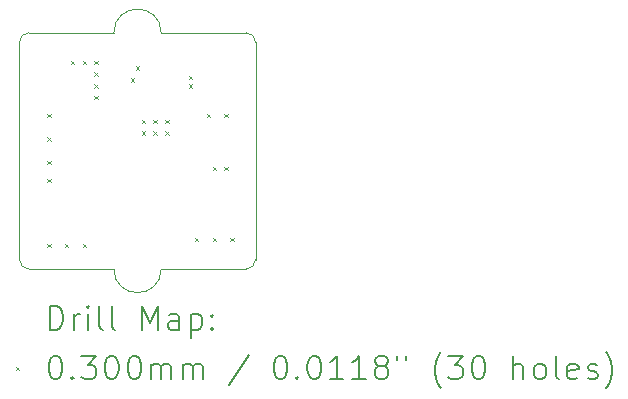
<source format=gbr>
%TF.GenerationSoftware,KiCad,Pcbnew,9.0.3*%
%TF.CreationDate,2025-07-16T23:37:29+02:00*%
%TF.ProjectId,ialightsens,69616c69-6768-4747-9365-6e732e6b6963,rev?*%
%TF.SameCoordinates,Original*%
%TF.FileFunction,Drillmap*%
%TF.FilePolarity,Positive*%
%FSLAX45Y45*%
G04 Gerber Fmt 4.5, Leading zero omitted, Abs format (unit mm)*
G04 Created by KiCad (PCBNEW 9.0.3) date 2025-07-16 23:37:29*
%MOMM*%
%LPD*%
G01*
G04 APERTURE LIST*
%ADD10C,0.050000*%
%ADD11C,0.200000*%
%ADD12C,0.100000*%
G04 APERTURE END LIST*
D10*
X2000000Y-1920000D02*
G75*
G02*
X1920000Y-2000000I-80000J0D01*
G01*
X1200000Y-2000000D02*
G75*
G02*
X800000Y-2000000I-200000J0D01*
G01*
X0Y-1920000D02*
X0Y-80000D01*
X1920000Y0D02*
G75*
G02*
X2000000Y-80000I0J-80000D01*
G01*
X2000000Y-1920000D02*
X2000000Y-80000D01*
X1200000Y0D02*
X1920000Y0D01*
X0Y-80000D02*
G75*
G02*
X80000Y0I80000J0D01*
G01*
X80000Y0D02*
X800000Y0D01*
X800000Y0D02*
G75*
G02*
X1200000Y0I200000J0D01*
G01*
X80000Y-2000000D02*
G75*
G02*
X0Y-1920000I0J80000D01*
G01*
X80000Y-2000000D02*
X800000Y-2000000D01*
X1200000Y-2000000D02*
X1920000Y-2000000D01*
D11*
D12*
X235000Y-685000D02*
X265000Y-715000D01*
X265000Y-685000D02*
X235000Y-715000D01*
X235000Y-885000D02*
X265000Y-915000D01*
X265000Y-885000D02*
X235000Y-915000D01*
X235000Y-1085000D02*
X265000Y-1115000D01*
X265000Y-1085000D02*
X235000Y-1115000D01*
X235000Y-1235000D02*
X265000Y-1265000D01*
X265000Y-1235000D02*
X235000Y-1265000D01*
X235000Y-1785000D02*
X265000Y-1815000D01*
X265000Y-1785000D02*
X235000Y-1815000D01*
X385000Y-1785000D02*
X415000Y-1815000D01*
X415000Y-1785000D02*
X385000Y-1815000D01*
X435000Y-235000D02*
X465000Y-265000D01*
X465000Y-235000D02*
X435000Y-265000D01*
X535000Y-235000D02*
X565000Y-265000D01*
X565000Y-235000D02*
X535000Y-265000D01*
X535000Y-1785000D02*
X565000Y-1815000D01*
X565000Y-1785000D02*
X535000Y-1815000D01*
X635000Y-235000D02*
X665000Y-265000D01*
X665000Y-235000D02*
X635000Y-265000D01*
X635000Y-335000D02*
X665000Y-365000D01*
X665000Y-335000D02*
X635000Y-365000D01*
X635000Y-435000D02*
X665000Y-465000D01*
X665000Y-435000D02*
X635000Y-465000D01*
X635000Y-535000D02*
X665000Y-565000D01*
X665000Y-535000D02*
X635000Y-565000D01*
X944500Y-385000D02*
X974500Y-415000D01*
X974500Y-385000D02*
X944500Y-415000D01*
X985000Y-285000D02*
X1015000Y-315000D01*
X1015000Y-285000D02*
X985000Y-315000D01*
X1035000Y-735000D02*
X1065000Y-765000D01*
X1065000Y-735000D02*
X1035000Y-765000D01*
X1035000Y-835000D02*
X1065000Y-865000D01*
X1065000Y-835000D02*
X1035000Y-865000D01*
X1135000Y-735000D02*
X1165000Y-765000D01*
X1165000Y-735000D02*
X1135000Y-765000D01*
X1135000Y-835000D02*
X1165000Y-865000D01*
X1165000Y-835000D02*
X1135000Y-865000D01*
X1235000Y-735000D02*
X1265000Y-765000D01*
X1265000Y-735000D02*
X1235000Y-765000D01*
X1235000Y-835000D02*
X1265000Y-865000D01*
X1265000Y-835000D02*
X1235000Y-865000D01*
X1435000Y-365000D02*
X1465000Y-395000D01*
X1465000Y-365000D02*
X1435000Y-395000D01*
X1435000Y-435000D02*
X1465000Y-465000D01*
X1465000Y-435000D02*
X1435000Y-465000D01*
X1485000Y-1735000D02*
X1515000Y-1765000D01*
X1515000Y-1735000D02*
X1485000Y-1765000D01*
X1585000Y-685000D02*
X1615000Y-715000D01*
X1615000Y-685000D02*
X1585000Y-715000D01*
X1635000Y-1135000D02*
X1665000Y-1165000D01*
X1665000Y-1135000D02*
X1635000Y-1165000D01*
X1635000Y-1735000D02*
X1665000Y-1765000D01*
X1665000Y-1735000D02*
X1635000Y-1765000D01*
X1735000Y-685000D02*
X1765000Y-715000D01*
X1765000Y-685000D02*
X1735000Y-715000D01*
X1735000Y-1135000D02*
X1765000Y-1165000D01*
X1765000Y-1135000D02*
X1735000Y-1165000D01*
X1785000Y-1735000D02*
X1815000Y-1765000D01*
X1815000Y-1735000D02*
X1785000Y-1765000D01*
D11*
X258277Y-2513984D02*
X258277Y-2313984D01*
X258277Y-2313984D02*
X305896Y-2313984D01*
X305896Y-2313984D02*
X334467Y-2323508D01*
X334467Y-2323508D02*
X353515Y-2342555D01*
X353515Y-2342555D02*
X363039Y-2361603D01*
X363039Y-2361603D02*
X372562Y-2399698D01*
X372562Y-2399698D02*
X372562Y-2428270D01*
X372562Y-2428270D02*
X363039Y-2466365D01*
X363039Y-2466365D02*
X353515Y-2485412D01*
X353515Y-2485412D02*
X334467Y-2504460D01*
X334467Y-2504460D02*
X305896Y-2513984D01*
X305896Y-2513984D02*
X258277Y-2513984D01*
X458277Y-2513984D02*
X458277Y-2380650D01*
X458277Y-2418746D02*
X467801Y-2399698D01*
X467801Y-2399698D02*
X477324Y-2390174D01*
X477324Y-2390174D02*
X496372Y-2380650D01*
X496372Y-2380650D02*
X515420Y-2380650D01*
X582086Y-2513984D02*
X582086Y-2380650D01*
X582086Y-2313984D02*
X572563Y-2323508D01*
X572563Y-2323508D02*
X582086Y-2333031D01*
X582086Y-2333031D02*
X591610Y-2323508D01*
X591610Y-2323508D02*
X582086Y-2313984D01*
X582086Y-2313984D02*
X582086Y-2333031D01*
X705896Y-2513984D02*
X686848Y-2504460D01*
X686848Y-2504460D02*
X677324Y-2485412D01*
X677324Y-2485412D02*
X677324Y-2313984D01*
X810658Y-2513984D02*
X791610Y-2504460D01*
X791610Y-2504460D02*
X782086Y-2485412D01*
X782086Y-2485412D02*
X782086Y-2313984D01*
X1039229Y-2513984D02*
X1039229Y-2313984D01*
X1039229Y-2313984D02*
X1105896Y-2456841D01*
X1105896Y-2456841D02*
X1172563Y-2313984D01*
X1172563Y-2313984D02*
X1172563Y-2513984D01*
X1353515Y-2513984D02*
X1353515Y-2409222D01*
X1353515Y-2409222D02*
X1343991Y-2390174D01*
X1343991Y-2390174D02*
X1324944Y-2380650D01*
X1324944Y-2380650D02*
X1286848Y-2380650D01*
X1286848Y-2380650D02*
X1267801Y-2390174D01*
X1353515Y-2504460D02*
X1334467Y-2513984D01*
X1334467Y-2513984D02*
X1286848Y-2513984D01*
X1286848Y-2513984D02*
X1267801Y-2504460D01*
X1267801Y-2504460D02*
X1258277Y-2485412D01*
X1258277Y-2485412D02*
X1258277Y-2466365D01*
X1258277Y-2466365D02*
X1267801Y-2447317D01*
X1267801Y-2447317D02*
X1286848Y-2437793D01*
X1286848Y-2437793D02*
X1334467Y-2437793D01*
X1334467Y-2437793D02*
X1353515Y-2428270D01*
X1448753Y-2380650D02*
X1448753Y-2580650D01*
X1448753Y-2390174D02*
X1467801Y-2380650D01*
X1467801Y-2380650D02*
X1505896Y-2380650D01*
X1505896Y-2380650D02*
X1524943Y-2390174D01*
X1524943Y-2390174D02*
X1534467Y-2399698D01*
X1534467Y-2399698D02*
X1543991Y-2418746D01*
X1543991Y-2418746D02*
X1543991Y-2475889D01*
X1543991Y-2475889D02*
X1534467Y-2494936D01*
X1534467Y-2494936D02*
X1524943Y-2504460D01*
X1524943Y-2504460D02*
X1505896Y-2513984D01*
X1505896Y-2513984D02*
X1467801Y-2513984D01*
X1467801Y-2513984D02*
X1448753Y-2504460D01*
X1629705Y-2494936D02*
X1639229Y-2504460D01*
X1639229Y-2504460D02*
X1629705Y-2513984D01*
X1629705Y-2513984D02*
X1620182Y-2504460D01*
X1620182Y-2504460D02*
X1629705Y-2494936D01*
X1629705Y-2494936D02*
X1629705Y-2513984D01*
X1629705Y-2390174D02*
X1639229Y-2399698D01*
X1639229Y-2399698D02*
X1629705Y-2409222D01*
X1629705Y-2409222D02*
X1620182Y-2399698D01*
X1620182Y-2399698D02*
X1629705Y-2390174D01*
X1629705Y-2390174D02*
X1629705Y-2409222D01*
D12*
X-32500Y-2827500D02*
X-2500Y-2857500D01*
X-2500Y-2827500D02*
X-32500Y-2857500D01*
D11*
X296372Y-2733984D02*
X315420Y-2733984D01*
X315420Y-2733984D02*
X334467Y-2743508D01*
X334467Y-2743508D02*
X343991Y-2753031D01*
X343991Y-2753031D02*
X353515Y-2772079D01*
X353515Y-2772079D02*
X363039Y-2810174D01*
X363039Y-2810174D02*
X363039Y-2857793D01*
X363039Y-2857793D02*
X353515Y-2895888D01*
X353515Y-2895888D02*
X343991Y-2914936D01*
X343991Y-2914936D02*
X334467Y-2924460D01*
X334467Y-2924460D02*
X315420Y-2933984D01*
X315420Y-2933984D02*
X296372Y-2933984D01*
X296372Y-2933984D02*
X277324Y-2924460D01*
X277324Y-2924460D02*
X267801Y-2914936D01*
X267801Y-2914936D02*
X258277Y-2895888D01*
X258277Y-2895888D02*
X248753Y-2857793D01*
X248753Y-2857793D02*
X248753Y-2810174D01*
X248753Y-2810174D02*
X258277Y-2772079D01*
X258277Y-2772079D02*
X267801Y-2753031D01*
X267801Y-2753031D02*
X277324Y-2743508D01*
X277324Y-2743508D02*
X296372Y-2733984D01*
X448753Y-2914936D02*
X458277Y-2924460D01*
X458277Y-2924460D02*
X448753Y-2933984D01*
X448753Y-2933984D02*
X439229Y-2924460D01*
X439229Y-2924460D02*
X448753Y-2914936D01*
X448753Y-2914936D02*
X448753Y-2933984D01*
X524944Y-2733984D02*
X648753Y-2733984D01*
X648753Y-2733984D02*
X582086Y-2810174D01*
X582086Y-2810174D02*
X610658Y-2810174D01*
X610658Y-2810174D02*
X629705Y-2819698D01*
X629705Y-2819698D02*
X639229Y-2829222D01*
X639229Y-2829222D02*
X648753Y-2848269D01*
X648753Y-2848269D02*
X648753Y-2895888D01*
X648753Y-2895888D02*
X639229Y-2914936D01*
X639229Y-2914936D02*
X629705Y-2924460D01*
X629705Y-2924460D02*
X610658Y-2933984D01*
X610658Y-2933984D02*
X553515Y-2933984D01*
X553515Y-2933984D02*
X534467Y-2924460D01*
X534467Y-2924460D02*
X524944Y-2914936D01*
X772562Y-2733984D02*
X791610Y-2733984D01*
X791610Y-2733984D02*
X810658Y-2743508D01*
X810658Y-2743508D02*
X820182Y-2753031D01*
X820182Y-2753031D02*
X829705Y-2772079D01*
X829705Y-2772079D02*
X839229Y-2810174D01*
X839229Y-2810174D02*
X839229Y-2857793D01*
X839229Y-2857793D02*
X829705Y-2895888D01*
X829705Y-2895888D02*
X820182Y-2914936D01*
X820182Y-2914936D02*
X810658Y-2924460D01*
X810658Y-2924460D02*
X791610Y-2933984D01*
X791610Y-2933984D02*
X772562Y-2933984D01*
X772562Y-2933984D02*
X753515Y-2924460D01*
X753515Y-2924460D02*
X743991Y-2914936D01*
X743991Y-2914936D02*
X734467Y-2895888D01*
X734467Y-2895888D02*
X724943Y-2857793D01*
X724943Y-2857793D02*
X724943Y-2810174D01*
X724943Y-2810174D02*
X734467Y-2772079D01*
X734467Y-2772079D02*
X743991Y-2753031D01*
X743991Y-2753031D02*
X753515Y-2743508D01*
X753515Y-2743508D02*
X772562Y-2733984D01*
X963039Y-2733984D02*
X982086Y-2733984D01*
X982086Y-2733984D02*
X1001134Y-2743508D01*
X1001134Y-2743508D02*
X1010658Y-2753031D01*
X1010658Y-2753031D02*
X1020182Y-2772079D01*
X1020182Y-2772079D02*
X1029705Y-2810174D01*
X1029705Y-2810174D02*
X1029705Y-2857793D01*
X1029705Y-2857793D02*
X1020182Y-2895888D01*
X1020182Y-2895888D02*
X1010658Y-2914936D01*
X1010658Y-2914936D02*
X1001134Y-2924460D01*
X1001134Y-2924460D02*
X982086Y-2933984D01*
X982086Y-2933984D02*
X963039Y-2933984D01*
X963039Y-2933984D02*
X943991Y-2924460D01*
X943991Y-2924460D02*
X934467Y-2914936D01*
X934467Y-2914936D02*
X924943Y-2895888D01*
X924943Y-2895888D02*
X915420Y-2857793D01*
X915420Y-2857793D02*
X915420Y-2810174D01*
X915420Y-2810174D02*
X924943Y-2772079D01*
X924943Y-2772079D02*
X934467Y-2753031D01*
X934467Y-2753031D02*
X943991Y-2743508D01*
X943991Y-2743508D02*
X963039Y-2733984D01*
X1115420Y-2933984D02*
X1115420Y-2800650D01*
X1115420Y-2819698D02*
X1124944Y-2810174D01*
X1124944Y-2810174D02*
X1143991Y-2800650D01*
X1143991Y-2800650D02*
X1172563Y-2800650D01*
X1172563Y-2800650D02*
X1191610Y-2810174D01*
X1191610Y-2810174D02*
X1201134Y-2829222D01*
X1201134Y-2829222D02*
X1201134Y-2933984D01*
X1201134Y-2829222D02*
X1210658Y-2810174D01*
X1210658Y-2810174D02*
X1229705Y-2800650D01*
X1229705Y-2800650D02*
X1258277Y-2800650D01*
X1258277Y-2800650D02*
X1277325Y-2810174D01*
X1277325Y-2810174D02*
X1286848Y-2829222D01*
X1286848Y-2829222D02*
X1286848Y-2933984D01*
X1382086Y-2933984D02*
X1382086Y-2800650D01*
X1382086Y-2819698D02*
X1391610Y-2810174D01*
X1391610Y-2810174D02*
X1410658Y-2800650D01*
X1410658Y-2800650D02*
X1439229Y-2800650D01*
X1439229Y-2800650D02*
X1458277Y-2810174D01*
X1458277Y-2810174D02*
X1467801Y-2829222D01*
X1467801Y-2829222D02*
X1467801Y-2933984D01*
X1467801Y-2829222D02*
X1477324Y-2810174D01*
X1477324Y-2810174D02*
X1496372Y-2800650D01*
X1496372Y-2800650D02*
X1524943Y-2800650D01*
X1524943Y-2800650D02*
X1543991Y-2810174D01*
X1543991Y-2810174D02*
X1553515Y-2829222D01*
X1553515Y-2829222D02*
X1553515Y-2933984D01*
X1943991Y-2724460D02*
X1772563Y-2981603D01*
X2201134Y-2733984D02*
X2220182Y-2733984D01*
X2220182Y-2733984D02*
X2239229Y-2743508D01*
X2239229Y-2743508D02*
X2248753Y-2753031D01*
X2248753Y-2753031D02*
X2258277Y-2772079D01*
X2258277Y-2772079D02*
X2267801Y-2810174D01*
X2267801Y-2810174D02*
X2267801Y-2857793D01*
X2267801Y-2857793D02*
X2258277Y-2895888D01*
X2258277Y-2895888D02*
X2248753Y-2914936D01*
X2248753Y-2914936D02*
X2239229Y-2924460D01*
X2239229Y-2924460D02*
X2220182Y-2933984D01*
X2220182Y-2933984D02*
X2201134Y-2933984D01*
X2201134Y-2933984D02*
X2182087Y-2924460D01*
X2182087Y-2924460D02*
X2172563Y-2914936D01*
X2172563Y-2914936D02*
X2163039Y-2895888D01*
X2163039Y-2895888D02*
X2153515Y-2857793D01*
X2153515Y-2857793D02*
X2153515Y-2810174D01*
X2153515Y-2810174D02*
X2163039Y-2772079D01*
X2163039Y-2772079D02*
X2172563Y-2753031D01*
X2172563Y-2753031D02*
X2182087Y-2743508D01*
X2182087Y-2743508D02*
X2201134Y-2733984D01*
X2353515Y-2914936D02*
X2363039Y-2924460D01*
X2363039Y-2924460D02*
X2353515Y-2933984D01*
X2353515Y-2933984D02*
X2343991Y-2924460D01*
X2343991Y-2924460D02*
X2353515Y-2914936D01*
X2353515Y-2914936D02*
X2353515Y-2933984D01*
X2486848Y-2733984D02*
X2505896Y-2733984D01*
X2505896Y-2733984D02*
X2524944Y-2743508D01*
X2524944Y-2743508D02*
X2534468Y-2753031D01*
X2534468Y-2753031D02*
X2543991Y-2772079D01*
X2543991Y-2772079D02*
X2553515Y-2810174D01*
X2553515Y-2810174D02*
X2553515Y-2857793D01*
X2553515Y-2857793D02*
X2543991Y-2895888D01*
X2543991Y-2895888D02*
X2534468Y-2914936D01*
X2534468Y-2914936D02*
X2524944Y-2924460D01*
X2524944Y-2924460D02*
X2505896Y-2933984D01*
X2505896Y-2933984D02*
X2486848Y-2933984D01*
X2486848Y-2933984D02*
X2467801Y-2924460D01*
X2467801Y-2924460D02*
X2458277Y-2914936D01*
X2458277Y-2914936D02*
X2448753Y-2895888D01*
X2448753Y-2895888D02*
X2439229Y-2857793D01*
X2439229Y-2857793D02*
X2439229Y-2810174D01*
X2439229Y-2810174D02*
X2448753Y-2772079D01*
X2448753Y-2772079D02*
X2458277Y-2753031D01*
X2458277Y-2753031D02*
X2467801Y-2743508D01*
X2467801Y-2743508D02*
X2486848Y-2733984D01*
X2743991Y-2933984D02*
X2629706Y-2933984D01*
X2686848Y-2933984D02*
X2686848Y-2733984D01*
X2686848Y-2733984D02*
X2667801Y-2762555D01*
X2667801Y-2762555D02*
X2648753Y-2781603D01*
X2648753Y-2781603D02*
X2629706Y-2791127D01*
X2934467Y-2933984D02*
X2820182Y-2933984D01*
X2877325Y-2933984D02*
X2877325Y-2733984D01*
X2877325Y-2733984D02*
X2858277Y-2762555D01*
X2858277Y-2762555D02*
X2839229Y-2781603D01*
X2839229Y-2781603D02*
X2820182Y-2791127D01*
X3048753Y-2819698D02*
X3029706Y-2810174D01*
X3029706Y-2810174D02*
X3020182Y-2800650D01*
X3020182Y-2800650D02*
X3010658Y-2781603D01*
X3010658Y-2781603D02*
X3010658Y-2772079D01*
X3010658Y-2772079D02*
X3020182Y-2753031D01*
X3020182Y-2753031D02*
X3029706Y-2743508D01*
X3029706Y-2743508D02*
X3048753Y-2733984D01*
X3048753Y-2733984D02*
X3086848Y-2733984D01*
X3086848Y-2733984D02*
X3105896Y-2743508D01*
X3105896Y-2743508D02*
X3115420Y-2753031D01*
X3115420Y-2753031D02*
X3124944Y-2772079D01*
X3124944Y-2772079D02*
X3124944Y-2781603D01*
X3124944Y-2781603D02*
X3115420Y-2800650D01*
X3115420Y-2800650D02*
X3105896Y-2810174D01*
X3105896Y-2810174D02*
X3086848Y-2819698D01*
X3086848Y-2819698D02*
X3048753Y-2819698D01*
X3048753Y-2819698D02*
X3029706Y-2829222D01*
X3029706Y-2829222D02*
X3020182Y-2838746D01*
X3020182Y-2838746D02*
X3010658Y-2857793D01*
X3010658Y-2857793D02*
X3010658Y-2895888D01*
X3010658Y-2895888D02*
X3020182Y-2914936D01*
X3020182Y-2914936D02*
X3029706Y-2924460D01*
X3029706Y-2924460D02*
X3048753Y-2933984D01*
X3048753Y-2933984D02*
X3086848Y-2933984D01*
X3086848Y-2933984D02*
X3105896Y-2924460D01*
X3105896Y-2924460D02*
X3115420Y-2914936D01*
X3115420Y-2914936D02*
X3124944Y-2895888D01*
X3124944Y-2895888D02*
X3124944Y-2857793D01*
X3124944Y-2857793D02*
X3115420Y-2838746D01*
X3115420Y-2838746D02*
X3105896Y-2829222D01*
X3105896Y-2829222D02*
X3086848Y-2819698D01*
X3201134Y-2733984D02*
X3201134Y-2772079D01*
X3277325Y-2733984D02*
X3277325Y-2772079D01*
X3572563Y-3010174D02*
X3563039Y-3000650D01*
X3563039Y-3000650D02*
X3543991Y-2972079D01*
X3543991Y-2972079D02*
X3534468Y-2953031D01*
X3534468Y-2953031D02*
X3524944Y-2924460D01*
X3524944Y-2924460D02*
X3515420Y-2876841D01*
X3515420Y-2876841D02*
X3515420Y-2838746D01*
X3515420Y-2838746D02*
X3524944Y-2791127D01*
X3524944Y-2791127D02*
X3534468Y-2762555D01*
X3534468Y-2762555D02*
X3543991Y-2743508D01*
X3543991Y-2743508D02*
X3563039Y-2714936D01*
X3563039Y-2714936D02*
X3572563Y-2705412D01*
X3629706Y-2733984D02*
X3753515Y-2733984D01*
X3753515Y-2733984D02*
X3686848Y-2810174D01*
X3686848Y-2810174D02*
X3715420Y-2810174D01*
X3715420Y-2810174D02*
X3734468Y-2819698D01*
X3734468Y-2819698D02*
X3743991Y-2829222D01*
X3743991Y-2829222D02*
X3753515Y-2848269D01*
X3753515Y-2848269D02*
X3753515Y-2895888D01*
X3753515Y-2895888D02*
X3743991Y-2914936D01*
X3743991Y-2914936D02*
X3734468Y-2924460D01*
X3734468Y-2924460D02*
X3715420Y-2933984D01*
X3715420Y-2933984D02*
X3658277Y-2933984D01*
X3658277Y-2933984D02*
X3639229Y-2924460D01*
X3639229Y-2924460D02*
X3629706Y-2914936D01*
X3877325Y-2733984D02*
X3896372Y-2733984D01*
X3896372Y-2733984D02*
X3915420Y-2743508D01*
X3915420Y-2743508D02*
X3924944Y-2753031D01*
X3924944Y-2753031D02*
X3934468Y-2772079D01*
X3934468Y-2772079D02*
X3943991Y-2810174D01*
X3943991Y-2810174D02*
X3943991Y-2857793D01*
X3943991Y-2857793D02*
X3934468Y-2895888D01*
X3934468Y-2895888D02*
X3924944Y-2914936D01*
X3924944Y-2914936D02*
X3915420Y-2924460D01*
X3915420Y-2924460D02*
X3896372Y-2933984D01*
X3896372Y-2933984D02*
X3877325Y-2933984D01*
X3877325Y-2933984D02*
X3858277Y-2924460D01*
X3858277Y-2924460D02*
X3848753Y-2914936D01*
X3848753Y-2914936D02*
X3839229Y-2895888D01*
X3839229Y-2895888D02*
X3829706Y-2857793D01*
X3829706Y-2857793D02*
X3829706Y-2810174D01*
X3829706Y-2810174D02*
X3839229Y-2772079D01*
X3839229Y-2772079D02*
X3848753Y-2753031D01*
X3848753Y-2753031D02*
X3858277Y-2743508D01*
X3858277Y-2743508D02*
X3877325Y-2733984D01*
X4182087Y-2933984D02*
X4182087Y-2733984D01*
X4267801Y-2933984D02*
X4267801Y-2829222D01*
X4267801Y-2829222D02*
X4258277Y-2810174D01*
X4258277Y-2810174D02*
X4239230Y-2800650D01*
X4239230Y-2800650D02*
X4210658Y-2800650D01*
X4210658Y-2800650D02*
X4191610Y-2810174D01*
X4191610Y-2810174D02*
X4182087Y-2819698D01*
X4391611Y-2933984D02*
X4372563Y-2924460D01*
X4372563Y-2924460D02*
X4363039Y-2914936D01*
X4363039Y-2914936D02*
X4353515Y-2895888D01*
X4353515Y-2895888D02*
X4353515Y-2838746D01*
X4353515Y-2838746D02*
X4363039Y-2819698D01*
X4363039Y-2819698D02*
X4372563Y-2810174D01*
X4372563Y-2810174D02*
X4391611Y-2800650D01*
X4391611Y-2800650D02*
X4420182Y-2800650D01*
X4420182Y-2800650D02*
X4439230Y-2810174D01*
X4439230Y-2810174D02*
X4448753Y-2819698D01*
X4448753Y-2819698D02*
X4458277Y-2838746D01*
X4458277Y-2838746D02*
X4458277Y-2895888D01*
X4458277Y-2895888D02*
X4448753Y-2914936D01*
X4448753Y-2914936D02*
X4439230Y-2924460D01*
X4439230Y-2924460D02*
X4420182Y-2933984D01*
X4420182Y-2933984D02*
X4391611Y-2933984D01*
X4572563Y-2933984D02*
X4553515Y-2924460D01*
X4553515Y-2924460D02*
X4543992Y-2905412D01*
X4543992Y-2905412D02*
X4543992Y-2733984D01*
X4724944Y-2924460D02*
X4705896Y-2933984D01*
X4705896Y-2933984D02*
X4667801Y-2933984D01*
X4667801Y-2933984D02*
X4648753Y-2924460D01*
X4648753Y-2924460D02*
X4639230Y-2905412D01*
X4639230Y-2905412D02*
X4639230Y-2829222D01*
X4639230Y-2829222D02*
X4648753Y-2810174D01*
X4648753Y-2810174D02*
X4667801Y-2800650D01*
X4667801Y-2800650D02*
X4705896Y-2800650D01*
X4705896Y-2800650D02*
X4724944Y-2810174D01*
X4724944Y-2810174D02*
X4734468Y-2829222D01*
X4734468Y-2829222D02*
X4734468Y-2848269D01*
X4734468Y-2848269D02*
X4639230Y-2867317D01*
X4810658Y-2924460D02*
X4829706Y-2933984D01*
X4829706Y-2933984D02*
X4867801Y-2933984D01*
X4867801Y-2933984D02*
X4886849Y-2924460D01*
X4886849Y-2924460D02*
X4896373Y-2905412D01*
X4896373Y-2905412D02*
X4896373Y-2895888D01*
X4896373Y-2895888D02*
X4886849Y-2876841D01*
X4886849Y-2876841D02*
X4867801Y-2867317D01*
X4867801Y-2867317D02*
X4839230Y-2867317D01*
X4839230Y-2867317D02*
X4820182Y-2857793D01*
X4820182Y-2857793D02*
X4810658Y-2838746D01*
X4810658Y-2838746D02*
X4810658Y-2829222D01*
X4810658Y-2829222D02*
X4820182Y-2810174D01*
X4820182Y-2810174D02*
X4839230Y-2800650D01*
X4839230Y-2800650D02*
X4867801Y-2800650D01*
X4867801Y-2800650D02*
X4886849Y-2810174D01*
X4963039Y-3010174D02*
X4972563Y-3000650D01*
X4972563Y-3000650D02*
X4991611Y-2972079D01*
X4991611Y-2972079D02*
X5001134Y-2953031D01*
X5001134Y-2953031D02*
X5010658Y-2924460D01*
X5010658Y-2924460D02*
X5020182Y-2876841D01*
X5020182Y-2876841D02*
X5020182Y-2838746D01*
X5020182Y-2838746D02*
X5010658Y-2791127D01*
X5010658Y-2791127D02*
X5001134Y-2762555D01*
X5001134Y-2762555D02*
X4991611Y-2743508D01*
X4991611Y-2743508D02*
X4972563Y-2714936D01*
X4972563Y-2714936D02*
X4963039Y-2705412D01*
M02*

</source>
